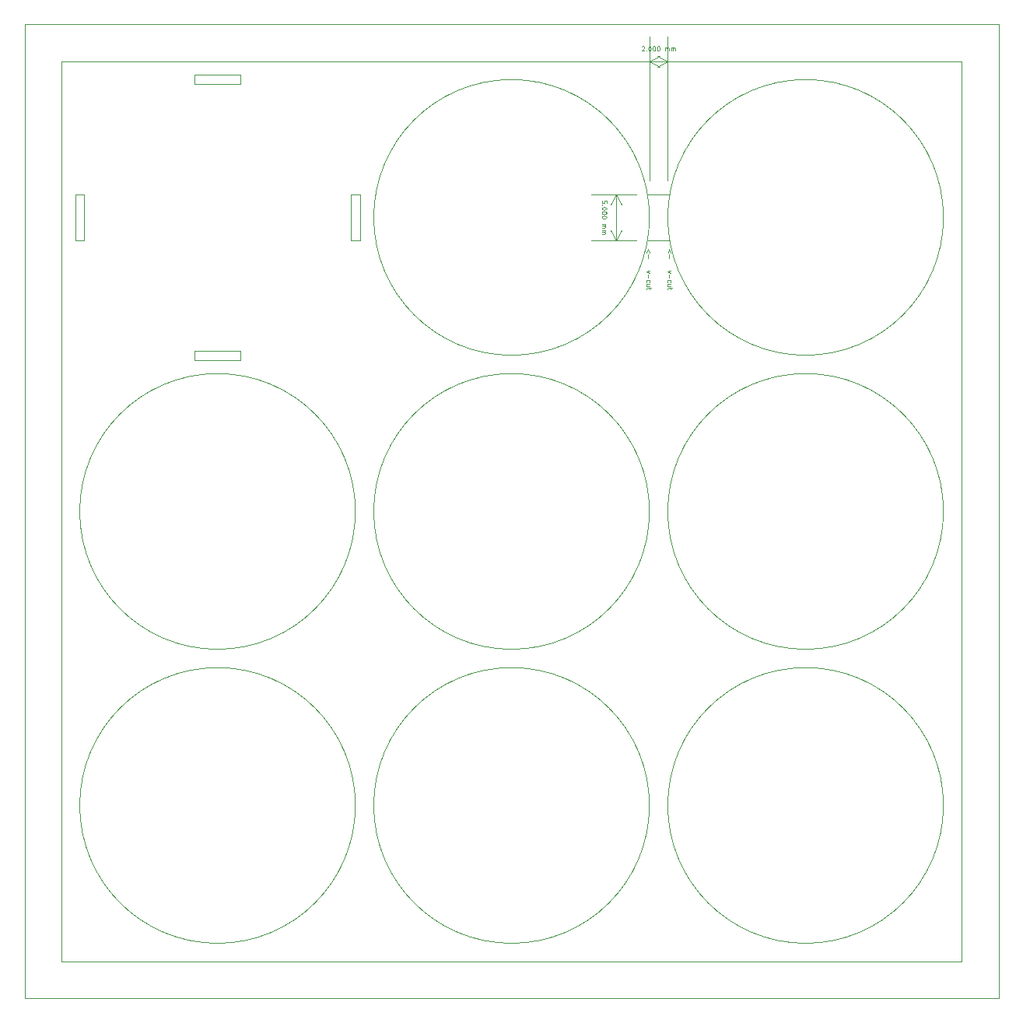
<source format=gbr>
G04 #@! TF.FileFunction,Other,ECO1*
%FSLAX46Y46*%
G04 Gerber Fmt 4.6, Leading zero omitted, Abs format (unit mm)*
G04 Created by KiCad (PCBNEW 0.201503110816+5502~22~ubuntu14.04.1-product) date ថ្ងៃ​អាទិត្យ ថ្ងៃ 29 ខែ មិនា ឆ្នាំ  2015, 13 ម៉ោង m នាទី 44 វិនាទី​*
%MOMM*%
G01*
G04 APERTURE LIST*
%ADD10C,0.020000*%
%ADD11C,0.050000*%
G04 APERTURE END LIST*
D10*
D11*
X139007143Y-99826191D02*
X138864286Y-99445239D01*
X138721429Y-99826191D01*
X138864286Y-100064287D02*
X138864286Y-100445239D01*
X139007143Y-101778572D02*
X138673810Y-101897619D01*
X139007143Y-102016667D01*
X138864286Y-102207143D02*
X138864286Y-102588095D01*
X138697619Y-103040476D02*
X138673810Y-102992857D01*
X138673810Y-102897619D01*
X138697619Y-102850000D01*
X138721429Y-102826191D01*
X138769048Y-102802381D01*
X138911905Y-102802381D01*
X138959524Y-102826191D01*
X138983333Y-102850000D01*
X139007143Y-102897619D01*
X139007143Y-102992857D01*
X138983333Y-103040476D01*
X139007143Y-103469047D02*
X138673810Y-103469047D01*
X139007143Y-103254762D02*
X138745238Y-103254762D01*
X138697619Y-103278571D01*
X138673810Y-103326190D01*
X138673810Y-103397619D01*
X138697619Y-103445238D01*
X138721429Y-103469047D01*
X139007143Y-103635714D02*
X139007143Y-103826190D01*
X139173810Y-103707143D02*
X138745238Y-103707143D01*
X138697619Y-103730952D01*
X138673810Y-103778571D01*
X138673810Y-103826190D01*
X141307143Y-99826191D02*
X141164286Y-99445239D01*
X141021429Y-99826191D01*
X141164286Y-100064287D02*
X141164286Y-100445239D01*
X141307143Y-101778572D02*
X140973810Y-101897619D01*
X141307143Y-102016667D01*
X141164286Y-102207143D02*
X141164286Y-102588095D01*
X140997619Y-103040476D02*
X140973810Y-102992857D01*
X140973810Y-102897619D01*
X140997619Y-102850000D01*
X141021429Y-102826191D01*
X141069048Y-102802381D01*
X141211905Y-102802381D01*
X141259524Y-102826191D01*
X141283333Y-102850000D01*
X141307143Y-102897619D01*
X141307143Y-102992857D01*
X141283333Y-103040476D01*
X141307143Y-103469047D02*
X140973810Y-103469047D01*
X141307143Y-103254762D02*
X141045238Y-103254762D01*
X140997619Y-103278571D01*
X140973810Y-103326190D01*
X140973810Y-103397619D01*
X140997619Y-103445238D01*
X141021429Y-103469047D01*
X141307143Y-103635714D02*
X141307143Y-103826190D01*
X141473810Y-103707143D02*
X141045238Y-103707143D01*
X140997619Y-103730952D01*
X140973810Y-103778571D01*
X140973810Y-103826190D01*
X134323810Y-94428573D02*
X134323810Y-94190478D01*
X134085714Y-94166668D01*
X134109524Y-94190478D01*
X134133333Y-94238097D01*
X134133333Y-94357144D01*
X134109524Y-94404763D01*
X134085714Y-94428573D01*
X134038095Y-94452382D01*
X133919048Y-94452382D01*
X133871429Y-94428573D01*
X133847619Y-94404763D01*
X133823810Y-94357144D01*
X133823810Y-94238097D01*
X133847619Y-94190478D01*
X133871429Y-94166668D01*
X133871429Y-94666668D02*
X133847619Y-94690477D01*
X133823810Y-94666668D01*
X133847619Y-94642858D01*
X133871429Y-94666668D01*
X133823810Y-94666668D01*
X134323810Y-95000001D02*
X134323810Y-95047620D01*
X134300000Y-95095239D01*
X134276190Y-95119048D01*
X134228571Y-95142858D01*
X134133333Y-95166667D01*
X134014286Y-95166667D01*
X133919048Y-95142858D01*
X133871429Y-95119048D01*
X133847619Y-95095239D01*
X133823810Y-95047620D01*
X133823810Y-95000001D01*
X133847619Y-94952382D01*
X133871429Y-94928572D01*
X133919048Y-94904763D01*
X134014286Y-94880953D01*
X134133333Y-94880953D01*
X134228571Y-94904763D01*
X134276190Y-94928572D01*
X134300000Y-94952382D01*
X134323810Y-95000001D01*
X134323810Y-95476191D02*
X134323810Y-95523810D01*
X134300000Y-95571429D01*
X134276190Y-95595238D01*
X134228571Y-95619048D01*
X134133333Y-95642857D01*
X134014286Y-95642857D01*
X133919048Y-95619048D01*
X133871429Y-95595238D01*
X133847619Y-95571429D01*
X133823810Y-95523810D01*
X133823810Y-95476191D01*
X133847619Y-95428572D01*
X133871429Y-95404762D01*
X133919048Y-95380953D01*
X134014286Y-95357143D01*
X134133333Y-95357143D01*
X134228571Y-95380953D01*
X134276190Y-95404762D01*
X134300000Y-95428572D01*
X134323810Y-95476191D01*
X134323810Y-95952381D02*
X134323810Y-96000000D01*
X134300000Y-96047619D01*
X134276190Y-96071428D01*
X134228571Y-96095238D01*
X134133333Y-96119047D01*
X134014286Y-96119047D01*
X133919048Y-96095238D01*
X133871429Y-96071428D01*
X133847619Y-96047619D01*
X133823810Y-96000000D01*
X133823810Y-95952381D01*
X133847619Y-95904762D01*
X133871429Y-95880952D01*
X133919048Y-95857143D01*
X134014286Y-95833333D01*
X134133333Y-95833333D01*
X134228571Y-95857143D01*
X134276190Y-95880952D01*
X134300000Y-95904762D01*
X134323810Y-95952381D01*
X133823810Y-96714285D02*
X134157143Y-96714285D01*
X134109524Y-96714285D02*
X134133333Y-96738094D01*
X134157143Y-96785713D01*
X134157143Y-96857142D01*
X134133333Y-96904761D01*
X134085714Y-96928570D01*
X133823810Y-96928570D01*
X134085714Y-96928570D02*
X134133333Y-96952380D01*
X134157143Y-96999999D01*
X134157143Y-97071427D01*
X134133333Y-97119047D01*
X134085714Y-97142856D01*
X133823810Y-97142856D01*
X133823810Y-97380952D02*
X134157143Y-97380952D01*
X134109524Y-97380952D02*
X134133333Y-97404761D01*
X134157143Y-97452380D01*
X134157143Y-97523809D01*
X134133333Y-97571428D01*
X134085714Y-97595237D01*
X133823810Y-97595237D01*
X134085714Y-97595237D02*
X134133333Y-97619047D01*
X134157143Y-97666666D01*
X134157143Y-97738094D01*
X134133333Y-97785714D01*
X134085714Y-97809523D01*
X133823810Y-97809523D01*
X135400000Y-93500000D02*
X135400000Y-98500000D01*
X137600000Y-93500000D02*
X132700000Y-93500000D01*
X137600000Y-98500000D02*
X132700000Y-98500000D01*
X135400000Y-98500000D02*
X134813579Y-97373496D01*
X135400000Y-98500000D02*
X135986421Y-97373496D01*
X135400000Y-93500000D02*
X134813579Y-94626504D01*
X135400000Y-93500000D02*
X135986421Y-94626504D01*
X138800000Y-98500000D02*
X141200000Y-98500000D01*
X138800000Y-93500000D02*
X141200000Y-93500000D01*
X71000000Y-181000000D02*
X71000000Y-75000000D01*
X177000000Y-181000000D02*
X71000000Y-181000000D01*
X177000000Y-75000000D02*
X177000000Y-181000000D01*
X71000000Y-75000000D02*
X177000000Y-75000000D01*
X75000000Y-177000000D02*
X75000000Y-79000000D01*
X173000000Y-177000000D02*
X75000000Y-177000000D01*
X173000000Y-79000000D02*
X173000000Y-177000000D01*
X75000000Y-79000000D02*
X173000000Y-79000000D01*
X138166668Y-77423810D02*
X138190478Y-77400000D01*
X138238097Y-77376190D01*
X138357144Y-77376190D01*
X138404763Y-77400000D01*
X138428573Y-77423810D01*
X138452382Y-77471429D01*
X138452382Y-77519048D01*
X138428573Y-77590476D01*
X138142859Y-77876190D01*
X138452382Y-77876190D01*
X138666668Y-77828571D02*
X138690477Y-77852381D01*
X138666668Y-77876190D01*
X138642858Y-77852381D01*
X138666668Y-77828571D01*
X138666668Y-77876190D01*
X139000001Y-77376190D02*
X139047620Y-77376190D01*
X139095239Y-77400000D01*
X139119048Y-77423810D01*
X139142858Y-77471429D01*
X139166667Y-77566667D01*
X139166667Y-77685714D01*
X139142858Y-77780952D01*
X139119048Y-77828571D01*
X139095239Y-77852381D01*
X139047620Y-77876190D01*
X139000001Y-77876190D01*
X138952382Y-77852381D01*
X138928572Y-77828571D01*
X138904763Y-77780952D01*
X138880953Y-77685714D01*
X138880953Y-77566667D01*
X138904763Y-77471429D01*
X138928572Y-77423810D01*
X138952382Y-77400000D01*
X139000001Y-77376190D01*
X139476191Y-77376190D02*
X139523810Y-77376190D01*
X139571429Y-77400000D01*
X139595238Y-77423810D01*
X139619048Y-77471429D01*
X139642857Y-77566667D01*
X139642857Y-77685714D01*
X139619048Y-77780952D01*
X139595238Y-77828571D01*
X139571429Y-77852381D01*
X139523810Y-77876190D01*
X139476191Y-77876190D01*
X139428572Y-77852381D01*
X139404762Y-77828571D01*
X139380953Y-77780952D01*
X139357143Y-77685714D01*
X139357143Y-77566667D01*
X139380953Y-77471429D01*
X139404762Y-77423810D01*
X139428572Y-77400000D01*
X139476191Y-77376190D01*
X139952381Y-77376190D02*
X140000000Y-77376190D01*
X140047619Y-77400000D01*
X140071428Y-77423810D01*
X140095238Y-77471429D01*
X140119047Y-77566667D01*
X140119047Y-77685714D01*
X140095238Y-77780952D01*
X140071428Y-77828571D01*
X140047619Y-77852381D01*
X140000000Y-77876190D01*
X139952381Y-77876190D01*
X139904762Y-77852381D01*
X139880952Y-77828571D01*
X139857143Y-77780952D01*
X139833333Y-77685714D01*
X139833333Y-77566667D01*
X139857143Y-77471429D01*
X139880952Y-77423810D01*
X139904762Y-77400000D01*
X139952381Y-77376190D01*
X140714285Y-77876190D02*
X140714285Y-77542857D01*
X140714285Y-77590476D02*
X140738094Y-77566667D01*
X140785713Y-77542857D01*
X140857142Y-77542857D01*
X140904761Y-77566667D01*
X140928570Y-77614286D01*
X140928570Y-77876190D01*
X140928570Y-77614286D02*
X140952380Y-77566667D01*
X140999999Y-77542857D01*
X141071427Y-77542857D01*
X141119047Y-77566667D01*
X141142856Y-77614286D01*
X141142856Y-77876190D01*
X141380952Y-77876190D02*
X141380952Y-77542857D01*
X141380952Y-77590476D02*
X141404761Y-77566667D01*
X141452380Y-77542857D01*
X141523809Y-77542857D01*
X141571428Y-77566667D01*
X141595237Y-77614286D01*
X141595237Y-77876190D01*
X141595237Y-77614286D02*
X141619047Y-77566667D01*
X141666666Y-77542857D01*
X141738094Y-77542857D01*
X141785714Y-77566667D01*
X141809523Y-77614286D01*
X141809523Y-77876190D01*
X139000000Y-79000000D02*
X141000000Y-79000000D01*
X139000000Y-92000000D02*
X139000000Y-76300000D01*
X141000000Y-92000000D02*
X141000000Y-76300000D01*
X141000000Y-79000000D02*
X139873496Y-79586421D01*
X141000000Y-79000000D02*
X139873496Y-78413579D01*
X139000000Y-79000000D02*
X140126504Y-79586421D01*
X139000000Y-79000000D02*
X140126504Y-78413579D01*
X139000000Y-160000000D02*
G75*
G03X139000000Y-160000000I-15000000J0D01*
G01*
X107000000Y-160000000D02*
G75*
G03X107000000Y-160000000I-15000000J0D01*
G01*
X171000000Y-160000000D02*
G75*
G03X171000000Y-160000000I-15000000J0D01*
G01*
X171000000Y-96000000D02*
G75*
G03X171000000Y-96000000I-15000000J0D01*
G01*
X171000000Y-128000000D02*
G75*
G03X171000000Y-128000000I-15000000J0D01*
G01*
X107000000Y-128000000D02*
G75*
G03X107000000Y-128000000I-15000000J0D01*
G01*
X139000000Y-128000000D02*
G75*
G03X139000000Y-128000000I-15000000J0D01*
G01*
X139000000Y-96000000D02*
G75*
G03X139000000Y-96000000I-15000000J0D01*
G01*
X94500000Y-111500000D02*
X89500000Y-111500000D01*
X94500000Y-110500000D02*
X94500000Y-111500000D01*
X89500000Y-110500000D02*
X94500000Y-110500000D01*
X89500000Y-111500000D02*
X89500000Y-110500000D01*
X94500000Y-80500000D02*
X89500000Y-80500000D01*
X94500000Y-81500000D02*
X94500000Y-80500000D01*
X89500000Y-81500000D02*
X94500000Y-81500000D01*
X89500000Y-80500000D02*
X89500000Y-81500000D01*
X76500000Y-98500000D02*
X76500000Y-93500000D01*
X77500000Y-98500000D02*
X76500000Y-98500000D01*
X77500000Y-93500000D02*
X77500000Y-98500000D01*
X76500000Y-93500000D02*
X77500000Y-93500000D01*
X106500000Y-93500000D02*
X107500000Y-93500000D01*
X106500000Y-98500000D02*
X106500000Y-93500000D01*
X107500000Y-98500000D02*
X106500000Y-98500000D01*
X107500000Y-93500000D02*
X107500000Y-98500000D01*
M02*

</source>
